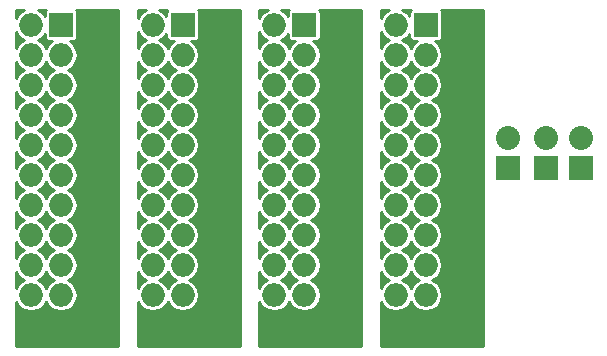
<source format=gbl>
G04 #@! TF.FileFunction,Copper,L2,Bot,Signal*
%FSLAX46Y46*%
G04 Gerber Fmt 4.6, Leading zero omitted, Abs format (unit mm)*
G04 Created by KiCad (PCBNEW (2016-10-28 revision 192d4b8)-makepkg) date 11/16/16 20:27:21*
%MOMM*%
%LPD*%
G01*
G04 APERTURE LIST*
%ADD10C,0.150000*%
%ADD11O,2.000000X2.000000*%
%ADD12R,2.000000X2.000000*%
%ADD13R,2.032000X2.032000*%
%ADD14O,2.032000X2.032000*%
%ADD15C,0.254000*%
G04 APERTURE END LIST*
D10*
D11*
X33028944Y-28142675D03*
X35568944Y-28142675D03*
X33028944Y-25602675D03*
X35568944Y-25602675D03*
X33028944Y-23062675D03*
X35568944Y-23062675D03*
X33028944Y-20522675D03*
X35568944Y-20522675D03*
X33028944Y-17982675D03*
X35568944Y-17982675D03*
X33028944Y-15442675D03*
X35568944Y-15442675D03*
X33028944Y-12902675D03*
X35568944Y-12902675D03*
X33028944Y-10362675D03*
X35568944Y-10362675D03*
X33028944Y-7822675D03*
X35568944Y-7822675D03*
X33028944Y-5282675D03*
D12*
X35568944Y-5282675D03*
X25273944Y-5282675D03*
D11*
X22733944Y-5282675D03*
X25273944Y-7822675D03*
X22733944Y-7822675D03*
X25273944Y-10362675D03*
X22733944Y-10362675D03*
X25273944Y-12902675D03*
X22733944Y-12902675D03*
X25273944Y-15442675D03*
X22733944Y-15442675D03*
X25273944Y-17982675D03*
X22733944Y-17982675D03*
X25273944Y-20522675D03*
X22733944Y-20522675D03*
X25273944Y-23062675D03*
X22733944Y-23062675D03*
X25273944Y-25602675D03*
X22733944Y-25602675D03*
X25273944Y-28142675D03*
X22733944Y-28142675D03*
D12*
X14978944Y-5282675D03*
D11*
X12438944Y-5282675D03*
X14978944Y-7822675D03*
X12438944Y-7822675D03*
X14978944Y-10362675D03*
X12438944Y-10362675D03*
X14978944Y-12902675D03*
X12438944Y-12902675D03*
X14978944Y-15442675D03*
X12438944Y-15442675D03*
X14978944Y-17982675D03*
X12438944Y-17982675D03*
X14978944Y-20522675D03*
X12438944Y-20522675D03*
X14978944Y-23062675D03*
X12438944Y-23062675D03*
X14978944Y-25602675D03*
X12438944Y-25602675D03*
X14978944Y-28142675D03*
X12438944Y-28142675D03*
D12*
X4683944Y-5282675D03*
D11*
X2143944Y-5282675D03*
X4683944Y-7822675D03*
X2143944Y-7822675D03*
X4683944Y-10362675D03*
X2143944Y-10362675D03*
X4683944Y-12902675D03*
X2143944Y-12902675D03*
X4683944Y-15442675D03*
X2143944Y-15442675D03*
X4683944Y-17982675D03*
X2143944Y-17982675D03*
X4683944Y-20522675D03*
X2143944Y-20522675D03*
X4683944Y-23062675D03*
X2143944Y-23062675D03*
X4683944Y-25602675D03*
X2143944Y-25602675D03*
X4683944Y-28142675D03*
X2143944Y-28142675D03*
D13*
X42500000Y-17389998D03*
D14*
X42500000Y-14849998D03*
X45780000Y-14860000D03*
D13*
X45780000Y-17400000D03*
X48690000Y-17400000D03*
D14*
X48690000Y-14860000D03*
D15*
G36*
X9508551Y-32459535D02*
X874154Y-32459535D01*
X874154Y-28720763D01*
X1140375Y-29119189D01*
X1588403Y-29418553D01*
X2116889Y-29523675D01*
X2170999Y-29523675D01*
X2699485Y-29418553D01*
X3147513Y-29119189D01*
X3413944Y-28720449D01*
X3680375Y-29119189D01*
X4128403Y-29418553D01*
X4656889Y-29523675D01*
X4710999Y-29523675D01*
X5239485Y-29418553D01*
X5687513Y-29119189D01*
X5986877Y-28671161D01*
X6091999Y-28142675D01*
X5986877Y-27614189D01*
X5687513Y-27166161D01*
X5248282Y-26872675D01*
X5687513Y-26579189D01*
X5986877Y-26131161D01*
X6091999Y-25602675D01*
X5986877Y-25074189D01*
X5687513Y-24626161D01*
X5248282Y-24332675D01*
X5687513Y-24039189D01*
X5986877Y-23591161D01*
X6091999Y-23062675D01*
X5986877Y-22534189D01*
X5687513Y-22086161D01*
X5248282Y-21792675D01*
X5687513Y-21499189D01*
X5986877Y-21051161D01*
X6091999Y-20522675D01*
X5986877Y-19994189D01*
X5687513Y-19546161D01*
X5248282Y-19252675D01*
X5687513Y-18959189D01*
X5986877Y-18511161D01*
X6091999Y-17982675D01*
X5986877Y-17454189D01*
X5687513Y-17006161D01*
X5248282Y-16712675D01*
X5687513Y-16419189D01*
X5986877Y-15971161D01*
X6091999Y-15442675D01*
X5986877Y-14914189D01*
X5687513Y-14466161D01*
X5248282Y-14172675D01*
X5687513Y-13879189D01*
X5986877Y-13431161D01*
X6091999Y-12902675D01*
X5986877Y-12374189D01*
X5687513Y-11926161D01*
X5248282Y-11632675D01*
X5687513Y-11339189D01*
X5986877Y-10891161D01*
X6091999Y-10362675D01*
X5986877Y-9834189D01*
X5687513Y-9386161D01*
X5248282Y-9092675D01*
X5687513Y-8799189D01*
X5986877Y-8351161D01*
X6091999Y-7822675D01*
X5986877Y-7294189D01*
X5687513Y-6846161D01*
X5425575Y-6671139D01*
X5683944Y-6671139D01*
X5832603Y-6641569D01*
X5958630Y-6557361D01*
X6042838Y-6431334D01*
X6072408Y-6282675D01*
X6072408Y-4282675D01*
X6042838Y-4134016D01*
X5960999Y-4011535D01*
X9510147Y-4011535D01*
X9508551Y-32459535D01*
X9508551Y-32459535D01*
G37*
X9508551Y-32459535D02*
X874154Y-32459535D01*
X874154Y-28720763D01*
X1140375Y-29119189D01*
X1588403Y-29418553D01*
X2116889Y-29523675D01*
X2170999Y-29523675D01*
X2699485Y-29418553D01*
X3147513Y-29119189D01*
X3413944Y-28720449D01*
X3680375Y-29119189D01*
X4128403Y-29418553D01*
X4656889Y-29523675D01*
X4710999Y-29523675D01*
X5239485Y-29418553D01*
X5687513Y-29119189D01*
X5986877Y-28671161D01*
X6091999Y-28142675D01*
X5986877Y-27614189D01*
X5687513Y-27166161D01*
X5248282Y-26872675D01*
X5687513Y-26579189D01*
X5986877Y-26131161D01*
X6091999Y-25602675D01*
X5986877Y-25074189D01*
X5687513Y-24626161D01*
X5248282Y-24332675D01*
X5687513Y-24039189D01*
X5986877Y-23591161D01*
X6091999Y-23062675D01*
X5986877Y-22534189D01*
X5687513Y-22086161D01*
X5248282Y-21792675D01*
X5687513Y-21499189D01*
X5986877Y-21051161D01*
X6091999Y-20522675D01*
X5986877Y-19994189D01*
X5687513Y-19546161D01*
X5248282Y-19252675D01*
X5687513Y-18959189D01*
X5986877Y-18511161D01*
X6091999Y-17982675D01*
X5986877Y-17454189D01*
X5687513Y-17006161D01*
X5248282Y-16712675D01*
X5687513Y-16419189D01*
X5986877Y-15971161D01*
X6091999Y-15442675D01*
X5986877Y-14914189D01*
X5687513Y-14466161D01*
X5248282Y-14172675D01*
X5687513Y-13879189D01*
X5986877Y-13431161D01*
X6091999Y-12902675D01*
X5986877Y-12374189D01*
X5687513Y-11926161D01*
X5248282Y-11632675D01*
X5687513Y-11339189D01*
X5986877Y-10891161D01*
X6091999Y-10362675D01*
X5986877Y-9834189D01*
X5687513Y-9386161D01*
X5248282Y-9092675D01*
X5687513Y-8799189D01*
X5986877Y-8351161D01*
X6091999Y-7822675D01*
X5986877Y-7294189D01*
X5687513Y-6846161D01*
X5425575Y-6671139D01*
X5683944Y-6671139D01*
X5832603Y-6641569D01*
X5958630Y-6557361D01*
X6042838Y-6431334D01*
X6072408Y-6282675D01*
X6072408Y-4282675D01*
X6042838Y-4134016D01*
X5960999Y-4011535D01*
X9510147Y-4011535D01*
X9508551Y-32459535D01*
G36*
X3680375Y-26579189D02*
X4119606Y-26872675D01*
X3680375Y-27166161D01*
X3413944Y-27564901D01*
X3147513Y-27166161D01*
X2708282Y-26872675D01*
X3147513Y-26579189D01*
X3413944Y-26180449D01*
X3680375Y-26579189D01*
X3680375Y-26579189D01*
G37*
X3680375Y-26579189D02*
X4119606Y-26872675D01*
X3680375Y-27166161D01*
X3413944Y-27564901D01*
X3147513Y-27166161D01*
X2708282Y-26872675D01*
X3147513Y-26579189D01*
X3413944Y-26180449D01*
X3680375Y-26579189D01*
G36*
X1140375Y-26579189D02*
X1579606Y-26872675D01*
X1140375Y-27166161D01*
X874154Y-27564587D01*
X874154Y-26180763D01*
X1140375Y-26579189D01*
X1140375Y-26579189D01*
G37*
X1140375Y-26579189D02*
X1579606Y-26872675D01*
X1140375Y-27166161D01*
X874154Y-27564587D01*
X874154Y-26180763D01*
X1140375Y-26579189D01*
G36*
X3680375Y-24039189D02*
X4119606Y-24332675D01*
X3680375Y-24626161D01*
X3413944Y-25024901D01*
X3147513Y-24626161D01*
X2708282Y-24332675D01*
X3147513Y-24039189D01*
X3413944Y-23640449D01*
X3680375Y-24039189D01*
X3680375Y-24039189D01*
G37*
X3680375Y-24039189D02*
X4119606Y-24332675D01*
X3680375Y-24626161D01*
X3413944Y-25024901D01*
X3147513Y-24626161D01*
X2708282Y-24332675D01*
X3147513Y-24039189D01*
X3413944Y-23640449D01*
X3680375Y-24039189D01*
G36*
X1140375Y-24039189D02*
X1579606Y-24332675D01*
X1140375Y-24626161D01*
X874154Y-25024587D01*
X874154Y-23640763D01*
X1140375Y-24039189D01*
X1140375Y-24039189D01*
G37*
X1140375Y-24039189D02*
X1579606Y-24332675D01*
X1140375Y-24626161D01*
X874154Y-25024587D01*
X874154Y-23640763D01*
X1140375Y-24039189D01*
G36*
X3680375Y-21499189D02*
X4119606Y-21792675D01*
X3680375Y-22086161D01*
X3413944Y-22484901D01*
X3147513Y-22086161D01*
X2708282Y-21792675D01*
X3147513Y-21499189D01*
X3413944Y-21100449D01*
X3680375Y-21499189D01*
X3680375Y-21499189D01*
G37*
X3680375Y-21499189D02*
X4119606Y-21792675D01*
X3680375Y-22086161D01*
X3413944Y-22484901D01*
X3147513Y-22086161D01*
X2708282Y-21792675D01*
X3147513Y-21499189D01*
X3413944Y-21100449D01*
X3680375Y-21499189D01*
G36*
X1140375Y-21499189D02*
X1579606Y-21792675D01*
X1140375Y-22086161D01*
X874154Y-22484587D01*
X874154Y-21100763D01*
X1140375Y-21499189D01*
X1140375Y-21499189D01*
G37*
X1140375Y-21499189D02*
X1579606Y-21792675D01*
X1140375Y-22086161D01*
X874154Y-22484587D01*
X874154Y-21100763D01*
X1140375Y-21499189D01*
G36*
X3680375Y-18959189D02*
X4119606Y-19252675D01*
X3680375Y-19546161D01*
X3413944Y-19944901D01*
X3147513Y-19546161D01*
X2708282Y-19252675D01*
X3147513Y-18959189D01*
X3413944Y-18560449D01*
X3680375Y-18959189D01*
X3680375Y-18959189D01*
G37*
X3680375Y-18959189D02*
X4119606Y-19252675D01*
X3680375Y-19546161D01*
X3413944Y-19944901D01*
X3147513Y-19546161D01*
X2708282Y-19252675D01*
X3147513Y-18959189D01*
X3413944Y-18560449D01*
X3680375Y-18959189D01*
G36*
X1140375Y-18959189D02*
X1579606Y-19252675D01*
X1140375Y-19546161D01*
X874154Y-19944587D01*
X874154Y-18560763D01*
X1140375Y-18959189D01*
X1140375Y-18959189D01*
G37*
X1140375Y-18959189D02*
X1579606Y-19252675D01*
X1140375Y-19546161D01*
X874154Y-19944587D01*
X874154Y-18560763D01*
X1140375Y-18959189D01*
G36*
X3680375Y-16419189D02*
X4119606Y-16712675D01*
X3680375Y-17006161D01*
X3413944Y-17404901D01*
X3147513Y-17006161D01*
X2708282Y-16712675D01*
X3147513Y-16419189D01*
X3413944Y-16020449D01*
X3680375Y-16419189D01*
X3680375Y-16419189D01*
G37*
X3680375Y-16419189D02*
X4119606Y-16712675D01*
X3680375Y-17006161D01*
X3413944Y-17404901D01*
X3147513Y-17006161D01*
X2708282Y-16712675D01*
X3147513Y-16419189D01*
X3413944Y-16020449D01*
X3680375Y-16419189D01*
G36*
X1140375Y-16419189D02*
X1579606Y-16712675D01*
X1140375Y-17006161D01*
X874154Y-17404587D01*
X874154Y-16020763D01*
X1140375Y-16419189D01*
X1140375Y-16419189D01*
G37*
X1140375Y-16419189D02*
X1579606Y-16712675D01*
X1140375Y-17006161D01*
X874154Y-17404587D01*
X874154Y-16020763D01*
X1140375Y-16419189D01*
G36*
X3680375Y-13879189D02*
X4119606Y-14172675D01*
X3680375Y-14466161D01*
X3413944Y-14864901D01*
X3147513Y-14466161D01*
X2708282Y-14172675D01*
X3147513Y-13879189D01*
X3413944Y-13480449D01*
X3680375Y-13879189D01*
X3680375Y-13879189D01*
G37*
X3680375Y-13879189D02*
X4119606Y-14172675D01*
X3680375Y-14466161D01*
X3413944Y-14864901D01*
X3147513Y-14466161D01*
X2708282Y-14172675D01*
X3147513Y-13879189D01*
X3413944Y-13480449D01*
X3680375Y-13879189D01*
G36*
X1140375Y-13879189D02*
X1579606Y-14172675D01*
X1140375Y-14466161D01*
X874154Y-14864587D01*
X874154Y-13480763D01*
X1140375Y-13879189D01*
X1140375Y-13879189D01*
G37*
X1140375Y-13879189D02*
X1579606Y-14172675D01*
X1140375Y-14466161D01*
X874154Y-14864587D01*
X874154Y-13480763D01*
X1140375Y-13879189D01*
G36*
X3680375Y-11339189D02*
X4119606Y-11632675D01*
X3680375Y-11926161D01*
X3413944Y-12324901D01*
X3147513Y-11926161D01*
X2708282Y-11632675D01*
X3147513Y-11339189D01*
X3413944Y-10940449D01*
X3680375Y-11339189D01*
X3680375Y-11339189D01*
G37*
X3680375Y-11339189D02*
X4119606Y-11632675D01*
X3680375Y-11926161D01*
X3413944Y-12324901D01*
X3147513Y-11926161D01*
X2708282Y-11632675D01*
X3147513Y-11339189D01*
X3413944Y-10940449D01*
X3680375Y-11339189D01*
G36*
X1140375Y-11339189D02*
X1579606Y-11632675D01*
X1140375Y-11926161D01*
X874154Y-12324587D01*
X874154Y-10940763D01*
X1140375Y-11339189D01*
X1140375Y-11339189D01*
G37*
X1140375Y-11339189D02*
X1579606Y-11632675D01*
X1140375Y-11926161D01*
X874154Y-12324587D01*
X874154Y-10940763D01*
X1140375Y-11339189D01*
G36*
X3680375Y-8799189D02*
X4119606Y-9092675D01*
X3680375Y-9386161D01*
X3413944Y-9784901D01*
X3147513Y-9386161D01*
X2708282Y-9092675D01*
X3147513Y-8799189D01*
X3413944Y-8400449D01*
X3680375Y-8799189D01*
X3680375Y-8799189D01*
G37*
X3680375Y-8799189D02*
X4119606Y-9092675D01*
X3680375Y-9386161D01*
X3413944Y-9784901D01*
X3147513Y-9386161D01*
X2708282Y-9092675D01*
X3147513Y-8799189D01*
X3413944Y-8400449D01*
X3680375Y-8799189D01*
G36*
X1140375Y-8799189D02*
X1579606Y-9092675D01*
X1140375Y-9386161D01*
X874154Y-9784587D01*
X874154Y-8400763D01*
X1140375Y-8799189D01*
X1140375Y-8799189D01*
G37*
X1140375Y-8799189D02*
X1579606Y-9092675D01*
X1140375Y-9386161D01*
X874154Y-9784587D01*
X874154Y-8400763D01*
X1140375Y-8799189D01*
G36*
X3295480Y-6282675D02*
X3325050Y-6431334D01*
X3409258Y-6557361D01*
X3535285Y-6641569D01*
X3683944Y-6671139D01*
X3942313Y-6671139D01*
X3680375Y-6846161D01*
X3413944Y-7244901D01*
X3147513Y-6846161D01*
X2708282Y-6552675D01*
X3147513Y-6259189D01*
X3295480Y-6037742D01*
X3295480Y-6282675D01*
X3295480Y-6282675D01*
G37*
X3295480Y-6282675D02*
X3325050Y-6431334D01*
X3409258Y-6557361D01*
X3535285Y-6641569D01*
X3683944Y-6671139D01*
X3942313Y-6671139D01*
X3680375Y-6846161D01*
X3413944Y-7244901D01*
X3147513Y-6846161D01*
X2708282Y-6552675D01*
X3147513Y-6259189D01*
X3295480Y-6037742D01*
X3295480Y-6282675D01*
G36*
X1140375Y-6259189D02*
X1579606Y-6552675D01*
X1140375Y-6846161D01*
X874154Y-7244587D01*
X874154Y-5860763D01*
X1140375Y-6259189D01*
X1140375Y-6259189D01*
G37*
X1140375Y-6259189D02*
X1579606Y-6552675D01*
X1140375Y-6846161D01*
X874154Y-7244587D01*
X874154Y-5860763D01*
X1140375Y-6259189D01*
G36*
X1140375Y-4306161D02*
X874154Y-4704587D01*
X874154Y-4011535D01*
X1581312Y-4011535D01*
X1140375Y-4306161D01*
X1140375Y-4306161D01*
G37*
X1140375Y-4306161D02*
X874154Y-4704587D01*
X874154Y-4011535D01*
X1581312Y-4011535D01*
X1140375Y-4306161D01*
G36*
X3325050Y-4134016D02*
X3295480Y-4282675D01*
X3295480Y-4527608D01*
X3147513Y-4306161D01*
X2706576Y-4011535D01*
X3406889Y-4011535D01*
X3325050Y-4134016D01*
X3325050Y-4134016D01*
G37*
X3325050Y-4134016D02*
X3295480Y-4282675D01*
X3295480Y-4527608D01*
X3147513Y-4306161D01*
X2706576Y-4011535D01*
X3406889Y-4011535D01*
X3325050Y-4134016D01*
G36*
X19803551Y-32459535D02*
X11169154Y-32459535D01*
X11169154Y-28720763D01*
X11435375Y-29119189D01*
X11883403Y-29418553D01*
X12411889Y-29523675D01*
X12465999Y-29523675D01*
X12994485Y-29418553D01*
X13442513Y-29119189D01*
X13708944Y-28720449D01*
X13975375Y-29119189D01*
X14423403Y-29418553D01*
X14951889Y-29523675D01*
X15005999Y-29523675D01*
X15534485Y-29418553D01*
X15982513Y-29119189D01*
X16281877Y-28671161D01*
X16386999Y-28142675D01*
X16281877Y-27614189D01*
X15982513Y-27166161D01*
X15543282Y-26872675D01*
X15982513Y-26579189D01*
X16281877Y-26131161D01*
X16386999Y-25602675D01*
X16281877Y-25074189D01*
X15982513Y-24626161D01*
X15543282Y-24332675D01*
X15982513Y-24039189D01*
X16281877Y-23591161D01*
X16386999Y-23062675D01*
X16281877Y-22534189D01*
X15982513Y-22086161D01*
X15543282Y-21792675D01*
X15982513Y-21499189D01*
X16281877Y-21051161D01*
X16386999Y-20522675D01*
X16281877Y-19994189D01*
X15982513Y-19546161D01*
X15543282Y-19252675D01*
X15982513Y-18959189D01*
X16281877Y-18511161D01*
X16386999Y-17982675D01*
X16281877Y-17454189D01*
X15982513Y-17006161D01*
X15543282Y-16712675D01*
X15982513Y-16419189D01*
X16281877Y-15971161D01*
X16386999Y-15442675D01*
X16281877Y-14914189D01*
X15982513Y-14466161D01*
X15543282Y-14172675D01*
X15982513Y-13879189D01*
X16281877Y-13431161D01*
X16386999Y-12902675D01*
X16281877Y-12374189D01*
X15982513Y-11926161D01*
X15543282Y-11632675D01*
X15982513Y-11339189D01*
X16281877Y-10891161D01*
X16386999Y-10362675D01*
X16281877Y-9834189D01*
X15982513Y-9386161D01*
X15543282Y-9092675D01*
X15982513Y-8799189D01*
X16281877Y-8351161D01*
X16386999Y-7822675D01*
X16281877Y-7294189D01*
X15982513Y-6846161D01*
X15720575Y-6671139D01*
X15978944Y-6671139D01*
X16127603Y-6641569D01*
X16253630Y-6557361D01*
X16337838Y-6431334D01*
X16367408Y-6282675D01*
X16367408Y-4282675D01*
X16337838Y-4134016D01*
X16255999Y-4011535D01*
X19805147Y-4011535D01*
X19803551Y-32459535D01*
X19803551Y-32459535D01*
G37*
X19803551Y-32459535D02*
X11169154Y-32459535D01*
X11169154Y-28720763D01*
X11435375Y-29119189D01*
X11883403Y-29418553D01*
X12411889Y-29523675D01*
X12465999Y-29523675D01*
X12994485Y-29418553D01*
X13442513Y-29119189D01*
X13708944Y-28720449D01*
X13975375Y-29119189D01*
X14423403Y-29418553D01*
X14951889Y-29523675D01*
X15005999Y-29523675D01*
X15534485Y-29418553D01*
X15982513Y-29119189D01*
X16281877Y-28671161D01*
X16386999Y-28142675D01*
X16281877Y-27614189D01*
X15982513Y-27166161D01*
X15543282Y-26872675D01*
X15982513Y-26579189D01*
X16281877Y-26131161D01*
X16386999Y-25602675D01*
X16281877Y-25074189D01*
X15982513Y-24626161D01*
X15543282Y-24332675D01*
X15982513Y-24039189D01*
X16281877Y-23591161D01*
X16386999Y-23062675D01*
X16281877Y-22534189D01*
X15982513Y-22086161D01*
X15543282Y-21792675D01*
X15982513Y-21499189D01*
X16281877Y-21051161D01*
X16386999Y-20522675D01*
X16281877Y-19994189D01*
X15982513Y-19546161D01*
X15543282Y-19252675D01*
X15982513Y-18959189D01*
X16281877Y-18511161D01*
X16386999Y-17982675D01*
X16281877Y-17454189D01*
X15982513Y-17006161D01*
X15543282Y-16712675D01*
X15982513Y-16419189D01*
X16281877Y-15971161D01*
X16386999Y-15442675D01*
X16281877Y-14914189D01*
X15982513Y-14466161D01*
X15543282Y-14172675D01*
X15982513Y-13879189D01*
X16281877Y-13431161D01*
X16386999Y-12902675D01*
X16281877Y-12374189D01*
X15982513Y-11926161D01*
X15543282Y-11632675D01*
X15982513Y-11339189D01*
X16281877Y-10891161D01*
X16386999Y-10362675D01*
X16281877Y-9834189D01*
X15982513Y-9386161D01*
X15543282Y-9092675D01*
X15982513Y-8799189D01*
X16281877Y-8351161D01*
X16386999Y-7822675D01*
X16281877Y-7294189D01*
X15982513Y-6846161D01*
X15720575Y-6671139D01*
X15978944Y-6671139D01*
X16127603Y-6641569D01*
X16253630Y-6557361D01*
X16337838Y-6431334D01*
X16367408Y-6282675D01*
X16367408Y-4282675D01*
X16337838Y-4134016D01*
X16255999Y-4011535D01*
X19805147Y-4011535D01*
X19803551Y-32459535D01*
G36*
X13975375Y-26579189D02*
X14414606Y-26872675D01*
X13975375Y-27166161D01*
X13708944Y-27564901D01*
X13442513Y-27166161D01*
X13003282Y-26872675D01*
X13442513Y-26579189D01*
X13708944Y-26180449D01*
X13975375Y-26579189D01*
X13975375Y-26579189D01*
G37*
X13975375Y-26579189D02*
X14414606Y-26872675D01*
X13975375Y-27166161D01*
X13708944Y-27564901D01*
X13442513Y-27166161D01*
X13003282Y-26872675D01*
X13442513Y-26579189D01*
X13708944Y-26180449D01*
X13975375Y-26579189D01*
G36*
X11435375Y-26579189D02*
X11874606Y-26872675D01*
X11435375Y-27166161D01*
X11169154Y-27564587D01*
X11169154Y-26180763D01*
X11435375Y-26579189D01*
X11435375Y-26579189D01*
G37*
X11435375Y-26579189D02*
X11874606Y-26872675D01*
X11435375Y-27166161D01*
X11169154Y-27564587D01*
X11169154Y-26180763D01*
X11435375Y-26579189D01*
G36*
X13975375Y-24039189D02*
X14414606Y-24332675D01*
X13975375Y-24626161D01*
X13708944Y-25024901D01*
X13442513Y-24626161D01*
X13003282Y-24332675D01*
X13442513Y-24039189D01*
X13708944Y-23640449D01*
X13975375Y-24039189D01*
X13975375Y-24039189D01*
G37*
X13975375Y-24039189D02*
X14414606Y-24332675D01*
X13975375Y-24626161D01*
X13708944Y-25024901D01*
X13442513Y-24626161D01*
X13003282Y-24332675D01*
X13442513Y-24039189D01*
X13708944Y-23640449D01*
X13975375Y-24039189D01*
G36*
X11435375Y-24039189D02*
X11874606Y-24332675D01*
X11435375Y-24626161D01*
X11169154Y-25024587D01*
X11169154Y-23640763D01*
X11435375Y-24039189D01*
X11435375Y-24039189D01*
G37*
X11435375Y-24039189D02*
X11874606Y-24332675D01*
X11435375Y-24626161D01*
X11169154Y-25024587D01*
X11169154Y-23640763D01*
X11435375Y-24039189D01*
G36*
X13975375Y-21499189D02*
X14414606Y-21792675D01*
X13975375Y-22086161D01*
X13708944Y-22484901D01*
X13442513Y-22086161D01*
X13003282Y-21792675D01*
X13442513Y-21499189D01*
X13708944Y-21100449D01*
X13975375Y-21499189D01*
X13975375Y-21499189D01*
G37*
X13975375Y-21499189D02*
X14414606Y-21792675D01*
X13975375Y-22086161D01*
X13708944Y-22484901D01*
X13442513Y-22086161D01*
X13003282Y-21792675D01*
X13442513Y-21499189D01*
X13708944Y-21100449D01*
X13975375Y-21499189D01*
G36*
X11435375Y-21499189D02*
X11874606Y-21792675D01*
X11435375Y-22086161D01*
X11169154Y-22484587D01*
X11169154Y-21100763D01*
X11435375Y-21499189D01*
X11435375Y-21499189D01*
G37*
X11435375Y-21499189D02*
X11874606Y-21792675D01*
X11435375Y-22086161D01*
X11169154Y-22484587D01*
X11169154Y-21100763D01*
X11435375Y-21499189D01*
G36*
X13975375Y-18959189D02*
X14414606Y-19252675D01*
X13975375Y-19546161D01*
X13708944Y-19944901D01*
X13442513Y-19546161D01*
X13003282Y-19252675D01*
X13442513Y-18959189D01*
X13708944Y-18560449D01*
X13975375Y-18959189D01*
X13975375Y-18959189D01*
G37*
X13975375Y-18959189D02*
X14414606Y-19252675D01*
X13975375Y-19546161D01*
X13708944Y-19944901D01*
X13442513Y-19546161D01*
X13003282Y-19252675D01*
X13442513Y-18959189D01*
X13708944Y-18560449D01*
X13975375Y-18959189D01*
G36*
X11435375Y-18959189D02*
X11874606Y-19252675D01*
X11435375Y-19546161D01*
X11169154Y-19944587D01*
X11169154Y-18560763D01*
X11435375Y-18959189D01*
X11435375Y-18959189D01*
G37*
X11435375Y-18959189D02*
X11874606Y-19252675D01*
X11435375Y-19546161D01*
X11169154Y-19944587D01*
X11169154Y-18560763D01*
X11435375Y-18959189D01*
G36*
X13975375Y-16419189D02*
X14414606Y-16712675D01*
X13975375Y-17006161D01*
X13708944Y-17404901D01*
X13442513Y-17006161D01*
X13003282Y-16712675D01*
X13442513Y-16419189D01*
X13708944Y-16020449D01*
X13975375Y-16419189D01*
X13975375Y-16419189D01*
G37*
X13975375Y-16419189D02*
X14414606Y-16712675D01*
X13975375Y-17006161D01*
X13708944Y-17404901D01*
X13442513Y-17006161D01*
X13003282Y-16712675D01*
X13442513Y-16419189D01*
X13708944Y-16020449D01*
X13975375Y-16419189D01*
G36*
X11435375Y-16419189D02*
X11874606Y-16712675D01*
X11435375Y-17006161D01*
X11169154Y-17404587D01*
X11169154Y-16020763D01*
X11435375Y-16419189D01*
X11435375Y-16419189D01*
G37*
X11435375Y-16419189D02*
X11874606Y-16712675D01*
X11435375Y-17006161D01*
X11169154Y-17404587D01*
X11169154Y-16020763D01*
X11435375Y-16419189D01*
G36*
X13975375Y-13879189D02*
X14414606Y-14172675D01*
X13975375Y-14466161D01*
X13708944Y-14864901D01*
X13442513Y-14466161D01*
X13003282Y-14172675D01*
X13442513Y-13879189D01*
X13708944Y-13480449D01*
X13975375Y-13879189D01*
X13975375Y-13879189D01*
G37*
X13975375Y-13879189D02*
X14414606Y-14172675D01*
X13975375Y-14466161D01*
X13708944Y-14864901D01*
X13442513Y-14466161D01*
X13003282Y-14172675D01*
X13442513Y-13879189D01*
X13708944Y-13480449D01*
X13975375Y-13879189D01*
G36*
X11435375Y-13879189D02*
X11874606Y-14172675D01*
X11435375Y-14466161D01*
X11169154Y-14864587D01*
X11169154Y-13480763D01*
X11435375Y-13879189D01*
X11435375Y-13879189D01*
G37*
X11435375Y-13879189D02*
X11874606Y-14172675D01*
X11435375Y-14466161D01*
X11169154Y-14864587D01*
X11169154Y-13480763D01*
X11435375Y-13879189D01*
G36*
X13975375Y-11339189D02*
X14414606Y-11632675D01*
X13975375Y-11926161D01*
X13708944Y-12324901D01*
X13442513Y-11926161D01*
X13003282Y-11632675D01*
X13442513Y-11339189D01*
X13708944Y-10940449D01*
X13975375Y-11339189D01*
X13975375Y-11339189D01*
G37*
X13975375Y-11339189D02*
X14414606Y-11632675D01*
X13975375Y-11926161D01*
X13708944Y-12324901D01*
X13442513Y-11926161D01*
X13003282Y-11632675D01*
X13442513Y-11339189D01*
X13708944Y-10940449D01*
X13975375Y-11339189D01*
G36*
X11435375Y-11339189D02*
X11874606Y-11632675D01*
X11435375Y-11926161D01*
X11169154Y-12324587D01*
X11169154Y-10940763D01*
X11435375Y-11339189D01*
X11435375Y-11339189D01*
G37*
X11435375Y-11339189D02*
X11874606Y-11632675D01*
X11435375Y-11926161D01*
X11169154Y-12324587D01*
X11169154Y-10940763D01*
X11435375Y-11339189D01*
G36*
X13975375Y-8799189D02*
X14414606Y-9092675D01*
X13975375Y-9386161D01*
X13708944Y-9784901D01*
X13442513Y-9386161D01*
X13003282Y-9092675D01*
X13442513Y-8799189D01*
X13708944Y-8400449D01*
X13975375Y-8799189D01*
X13975375Y-8799189D01*
G37*
X13975375Y-8799189D02*
X14414606Y-9092675D01*
X13975375Y-9386161D01*
X13708944Y-9784901D01*
X13442513Y-9386161D01*
X13003282Y-9092675D01*
X13442513Y-8799189D01*
X13708944Y-8400449D01*
X13975375Y-8799189D01*
G36*
X11435375Y-8799189D02*
X11874606Y-9092675D01*
X11435375Y-9386161D01*
X11169154Y-9784587D01*
X11169154Y-8400763D01*
X11435375Y-8799189D01*
X11435375Y-8799189D01*
G37*
X11435375Y-8799189D02*
X11874606Y-9092675D01*
X11435375Y-9386161D01*
X11169154Y-9784587D01*
X11169154Y-8400763D01*
X11435375Y-8799189D01*
G36*
X13590480Y-6282675D02*
X13620050Y-6431334D01*
X13704258Y-6557361D01*
X13830285Y-6641569D01*
X13978944Y-6671139D01*
X14237313Y-6671139D01*
X13975375Y-6846161D01*
X13708944Y-7244901D01*
X13442513Y-6846161D01*
X13003282Y-6552675D01*
X13442513Y-6259189D01*
X13590480Y-6037742D01*
X13590480Y-6282675D01*
X13590480Y-6282675D01*
G37*
X13590480Y-6282675D02*
X13620050Y-6431334D01*
X13704258Y-6557361D01*
X13830285Y-6641569D01*
X13978944Y-6671139D01*
X14237313Y-6671139D01*
X13975375Y-6846161D01*
X13708944Y-7244901D01*
X13442513Y-6846161D01*
X13003282Y-6552675D01*
X13442513Y-6259189D01*
X13590480Y-6037742D01*
X13590480Y-6282675D01*
G36*
X11435375Y-6259189D02*
X11874606Y-6552675D01*
X11435375Y-6846161D01*
X11169154Y-7244587D01*
X11169154Y-5860763D01*
X11435375Y-6259189D01*
X11435375Y-6259189D01*
G37*
X11435375Y-6259189D02*
X11874606Y-6552675D01*
X11435375Y-6846161D01*
X11169154Y-7244587D01*
X11169154Y-5860763D01*
X11435375Y-6259189D01*
G36*
X11435375Y-4306161D02*
X11169154Y-4704587D01*
X11169154Y-4011535D01*
X11876312Y-4011535D01*
X11435375Y-4306161D01*
X11435375Y-4306161D01*
G37*
X11435375Y-4306161D02*
X11169154Y-4704587D01*
X11169154Y-4011535D01*
X11876312Y-4011535D01*
X11435375Y-4306161D01*
G36*
X13620050Y-4134016D02*
X13590480Y-4282675D01*
X13590480Y-4527608D01*
X13442513Y-4306161D01*
X13001576Y-4011535D01*
X13701889Y-4011535D01*
X13620050Y-4134016D01*
X13620050Y-4134016D01*
G37*
X13620050Y-4134016D02*
X13590480Y-4282675D01*
X13590480Y-4527608D01*
X13442513Y-4306161D01*
X13001576Y-4011535D01*
X13701889Y-4011535D01*
X13620050Y-4134016D01*
G36*
X30098551Y-32459535D02*
X21464154Y-32459535D01*
X21464154Y-28720763D01*
X21730375Y-29119189D01*
X22178403Y-29418553D01*
X22706889Y-29523675D01*
X22760999Y-29523675D01*
X23289485Y-29418553D01*
X23737513Y-29119189D01*
X24003944Y-28720449D01*
X24270375Y-29119189D01*
X24718403Y-29418553D01*
X25246889Y-29523675D01*
X25300999Y-29523675D01*
X25829485Y-29418553D01*
X26277513Y-29119189D01*
X26576877Y-28671161D01*
X26681999Y-28142675D01*
X26576877Y-27614189D01*
X26277513Y-27166161D01*
X25838282Y-26872675D01*
X26277513Y-26579189D01*
X26576877Y-26131161D01*
X26681999Y-25602675D01*
X26576877Y-25074189D01*
X26277513Y-24626161D01*
X25838282Y-24332675D01*
X26277513Y-24039189D01*
X26576877Y-23591161D01*
X26681999Y-23062675D01*
X26576877Y-22534189D01*
X26277513Y-22086161D01*
X25838282Y-21792675D01*
X26277513Y-21499189D01*
X26576877Y-21051161D01*
X26681999Y-20522675D01*
X26576877Y-19994189D01*
X26277513Y-19546161D01*
X25838282Y-19252675D01*
X26277513Y-18959189D01*
X26576877Y-18511161D01*
X26681999Y-17982675D01*
X26576877Y-17454189D01*
X26277513Y-17006161D01*
X25838282Y-16712675D01*
X26277513Y-16419189D01*
X26576877Y-15971161D01*
X26681999Y-15442675D01*
X26576877Y-14914189D01*
X26277513Y-14466161D01*
X25838282Y-14172675D01*
X26277513Y-13879189D01*
X26576877Y-13431161D01*
X26681999Y-12902675D01*
X26576877Y-12374189D01*
X26277513Y-11926161D01*
X25838282Y-11632675D01*
X26277513Y-11339189D01*
X26576877Y-10891161D01*
X26681999Y-10362675D01*
X26576877Y-9834189D01*
X26277513Y-9386161D01*
X25838282Y-9092675D01*
X26277513Y-8799189D01*
X26576877Y-8351161D01*
X26681999Y-7822675D01*
X26576877Y-7294189D01*
X26277513Y-6846161D01*
X26015575Y-6671139D01*
X26273944Y-6671139D01*
X26422603Y-6641569D01*
X26548630Y-6557361D01*
X26632838Y-6431334D01*
X26662408Y-6282675D01*
X26662408Y-4282675D01*
X26632838Y-4134016D01*
X26550999Y-4011535D01*
X30100147Y-4011535D01*
X30098551Y-32459535D01*
X30098551Y-32459535D01*
G37*
X30098551Y-32459535D02*
X21464154Y-32459535D01*
X21464154Y-28720763D01*
X21730375Y-29119189D01*
X22178403Y-29418553D01*
X22706889Y-29523675D01*
X22760999Y-29523675D01*
X23289485Y-29418553D01*
X23737513Y-29119189D01*
X24003944Y-28720449D01*
X24270375Y-29119189D01*
X24718403Y-29418553D01*
X25246889Y-29523675D01*
X25300999Y-29523675D01*
X25829485Y-29418553D01*
X26277513Y-29119189D01*
X26576877Y-28671161D01*
X26681999Y-28142675D01*
X26576877Y-27614189D01*
X26277513Y-27166161D01*
X25838282Y-26872675D01*
X26277513Y-26579189D01*
X26576877Y-26131161D01*
X26681999Y-25602675D01*
X26576877Y-25074189D01*
X26277513Y-24626161D01*
X25838282Y-24332675D01*
X26277513Y-24039189D01*
X26576877Y-23591161D01*
X26681999Y-23062675D01*
X26576877Y-22534189D01*
X26277513Y-22086161D01*
X25838282Y-21792675D01*
X26277513Y-21499189D01*
X26576877Y-21051161D01*
X26681999Y-20522675D01*
X26576877Y-19994189D01*
X26277513Y-19546161D01*
X25838282Y-19252675D01*
X26277513Y-18959189D01*
X26576877Y-18511161D01*
X26681999Y-17982675D01*
X26576877Y-17454189D01*
X26277513Y-17006161D01*
X25838282Y-16712675D01*
X26277513Y-16419189D01*
X26576877Y-15971161D01*
X26681999Y-15442675D01*
X26576877Y-14914189D01*
X26277513Y-14466161D01*
X25838282Y-14172675D01*
X26277513Y-13879189D01*
X26576877Y-13431161D01*
X26681999Y-12902675D01*
X26576877Y-12374189D01*
X26277513Y-11926161D01*
X25838282Y-11632675D01*
X26277513Y-11339189D01*
X26576877Y-10891161D01*
X26681999Y-10362675D01*
X26576877Y-9834189D01*
X26277513Y-9386161D01*
X25838282Y-9092675D01*
X26277513Y-8799189D01*
X26576877Y-8351161D01*
X26681999Y-7822675D01*
X26576877Y-7294189D01*
X26277513Y-6846161D01*
X26015575Y-6671139D01*
X26273944Y-6671139D01*
X26422603Y-6641569D01*
X26548630Y-6557361D01*
X26632838Y-6431334D01*
X26662408Y-6282675D01*
X26662408Y-4282675D01*
X26632838Y-4134016D01*
X26550999Y-4011535D01*
X30100147Y-4011535D01*
X30098551Y-32459535D01*
G36*
X24270375Y-26579189D02*
X24709606Y-26872675D01*
X24270375Y-27166161D01*
X24003944Y-27564901D01*
X23737513Y-27166161D01*
X23298282Y-26872675D01*
X23737513Y-26579189D01*
X24003944Y-26180449D01*
X24270375Y-26579189D01*
X24270375Y-26579189D01*
G37*
X24270375Y-26579189D02*
X24709606Y-26872675D01*
X24270375Y-27166161D01*
X24003944Y-27564901D01*
X23737513Y-27166161D01*
X23298282Y-26872675D01*
X23737513Y-26579189D01*
X24003944Y-26180449D01*
X24270375Y-26579189D01*
G36*
X21730375Y-26579189D02*
X22169606Y-26872675D01*
X21730375Y-27166161D01*
X21464154Y-27564587D01*
X21464154Y-26180763D01*
X21730375Y-26579189D01*
X21730375Y-26579189D01*
G37*
X21730375Y-26579189D02*
X22169606Y-26872675D01*
X21730375Y-27166161D01*
X21464154Y-27564587D01*
X21464154Y-26180763D01*
X21730375Y-26579189D01*
G36*
X24270375Y-24039189D02*
X24709606Y-24332675D01*
X24270375Y-24626161D01*
X24003944Y-25024901D01*
X23737513Y-24626161D01*
X23298282Y-24332675D01*
X23737513Y-24039189D01*
X24003944Y-23640449D01*
X24270375Y-24039189D01*
X24270375Y-24039189D01*
G37*
X24270375Y-24039189D02*
X24709606Y-24332675D01*
X24270375Y-24626161D01*
X24003944Y-25024901D01*
X23737513Y-24626161D01*
X23298282Y-24332675D01*
X23737513Y-24039189D01*
X24003944Y-23640449D01*
X24270375Y-24039189D01*
G36*
X21730375Y-24039189D02*
X22169606Y-24332675D01*
X21730375Y-24626161D01*
X21464154Y-25024587D01*
X21464154Y-23640763D01*
X21730375Y-24039189D01*
X21730375Y-24039189D01*
G37*
X21730375Y-24039189D02*
X22169606Y-24332675D01*
X21730375Y-24626161D01*
X21464154Y-25024587D01*
X21464154Y-23640763D01*
X21730375Y-24039189D01*
G36*
X24270375Y-21499189D02*
X24709606Y-21792675D01*
X24270375Y-22086161D01*
X24003944Y-22484901D01*
X23737513Y-22086161D01*
X23298282Y-21792675D01*
X23737513Y-21499189D01*
X24003944Y-21100449D01*
X24270375Y-21499189D01*
X24270375Y-21499189D01*
G37*
X24270375Y-21499189D02*
X24709606Y-21792675D01*
X24270375Y-22086161D01*
X24003944Y-22484901D01*
X23737513Y-22086161D01*
X23298282Y-21792675D01*
X23737513Y-21499189D01*
X24003944Y-21100449D01*
X24270375Y-21499189D01*
G36*
X21730375Y-21499189D02*
X22169606Y-21792675D01*
X21730375Y-22086161D01*
X21464154Y-22484587D01*
X21464154Y-21100763D01*
X21730375Y-21499189D01*
X21730375Y-21499189D01*
G37*
X21730375Y-21499189D02*
X22169606Y-21792675D01*
X21730375Y-22086161D01*
X21464154Y-22484587D01*
X21464154Y-21100763D01*
X21730375Y-21499189D01*
G36*
X24270375Y-18959189D02*
X24709606Y-19252675D01*
X24270375Y-19546161D01*
X24003944Y-19944901D01*
X23737513Y-19546161D01*
X23298282Y-19252675D01*
X23737513Y-18959189D01*
X24003944Y-18560449D01*
X24270375Y-18959189D01*
X24270375Y-18959189D01*
G37*
X24270375Y-18959189D02*
X24709606Y-19252675D01*
X24270375Y-19546161D01*
X24003944Y-19944901D01*
X23737513Y-19546161D01*
X23298282Y-19252675D01*
X23737513Y-18959189D01*
X24003944Y-18560449D01*
X24270375Y-18959189D01*
G36*
X21730375Y-18959189D02*
X22169606Y-19252675D01*
X21730375Y-19546161D01*
X21464154Y-19944587D01*
X21464154Y-18560763D01*
X21730375Y-18959189D01*
X21730375Y-18959189D01*
G37*
X21730375Y-18959189D02*
X22169606Y-19252675D01*
X21730375Y-19546161D01*
X21464154Y-19944587D01*
X21464154Y-18560763D01*
X21730375Y-18959189D01*
G36*
X24270375Y-16419189D02*
X24709606Y-16712675D01*
X24270375Y-17006161D01*
X24003944Y-17404901D01*
X23737513Y-17006161D01*
X23298282Y-16712675D01*
X23737513Y-16419189D01*
X24003944Y-16020449D01*
X24270375Y-16419189D01*
X24270375Y-16419189D01*
G37*
X24270375Y-16419189D02*
X24709606Y-16712675D01*
X24270375Y-17006161D01*
X24003944Y-17404901D01*
X23737513Y-17006161D01*
X23298282Y-16712675D01*
X23737513Y-16419189D01*
X24003944Y-16020449D01*
X24270375Y-16419189D01*
G36*
X21730375Y-16419189D02*
X22169606Y-16712675D01*
X21730375Y-17006161D01*
X21464154Y-17404587D01*
X21464154Y-16020763D01*
X21730375Y-16419189D01*
X21730375Y-16419189D01*
G37*
X21730375Y-16419189D02*
X22169606Y-16712675D01*
X21730375Y-17006161D01*
X21464154Y-17404587D01*
X21464154Y-16020763D01*
X21730375Y-16419189D01*
G36*
X24270375Y-13879189D02*
X24709606Y-14172675D01*
X24270375Y-14466161D01*
X24003944Y-14864901D01*
X23737513Y-14466161D01*
X23298282Y-14172675D01*
X23737513Y-13879189D01*
X24003944Y-13480449D01*
X24270375Y-13879189D01*
X24270375Y-13879189D01*
G37*
X24270375Y-13879189D02*
X24709606Y-14172675D01*
X24270375Y-14466161D01*
X24003944Y-14864901D01*
X23737513Y-14466161D01*
X23298282Y-14172675D01*
X23737513Y-13879189D01*
X24003944Y-13480449D01*
X24270375Y-13879189D01*
G36*
X21730375Y-13879189D02*
X22169606Y-14172675D01*
X21730375Y-14466161D01*
X21464154Y-14864587D01*
X21464154Y-13480763D01*
X21730375Y-13879189D01*
X21730375Y-13879189D01*
G37*
X21730375Y-13879189D02*
X22169606Y-14172675D01*
X21730375Y-14466161D01*
X21464154Y-14864587D01*
X21464154Y-13480763D01*
X21730375Y-13879189D01*
G36*
X24270375Y-11339189D02*
X24709606Y-11632675D01*
X24270375Y-11926161D01*
X24003944Y-12324901D01*
X23737513Y-11926161D01*
X23298282Y-11632675D01*
X23737513Y-11339189D01*
X24003944Y-10940449D01*
X24270375Y-11339189D01*
X24270375Y-11339189D01*
G37*
X24270375Y-11339189D02*
X24709606Y-11632675D01*
X24270375Y-11926161D01*
X24003944Y-12324901D01*
X23737513Y-11926161D01*
X23298282Y-11632675D01*
X23737513Y-11339189D01*
X24003944Y-10940449D01*
X24270375Y-11339189D01*
G36*
X21730375Y-11339189D02*
X22169606Y-11632675D01*
X21730375Y-11926161D01*
X21464154Y-12324587D01*
X21464154Y-10940763D01*
X21730375Y-11339189D01*
X21730375Y-11339189D01*
G37*
X21730375Y-11339189D02*
X22169606Y-11632675D01*
X21730375Y-11926161D01*
X21464154Y-12324587D01*
X21464154Y-10940763D01*
X21730375Y-11339189D01*
G36*
X24270375Y-8799189D02*
X24709606Y-9092675D01*
X24270375Y-9386161D01*
X24003944Y-9784901D01*
X23737513Y-9386161D01*
X23298282Y-9092675D01*
X23737513Y-8799189D01*
X24003944Y-8400449D01*
X24270375Y-8799189D01*
X24270375Y-8799189D01*
G37*
X24270375Y-8799189D02*
X24709606Y-9092675D01*
X24270375Y-9386161D01*
X24003944Y-9784901D01*
X23737513Y-9386161D01*
X23298282Y-9092675D01*
X23737513Y-8799189D01*
X24003944Y-8400449D01*
X24270375Y-8799189D01*
G36*
X21730375Y-8799189D02*
X22169606Y-9092675D01*
X21730375Y-9386161D01*
X21464154Y-9784587D01*
X21464154Y-8400763D01*
X21730375Y-8799189D01*
X21730375Y-8799189D01*
G37*
X21730375Y-8799189D02*
X22169606Y-9092675D01*
X21730375Y-9386161D01*
X21464154Y-9784587D01*
X21464154Y-8400763D01*
X21730375Y-8799189D01*
G36*
X23885480Y-6282675D02*
X23915050Y-6431334D01*
X23999258Y-6557361D01*
X24125285Y-6641569D01*
X24273944Y-6671139D01*
X24532313Y-6671139D01*
X24270375Y-6846161D01*
X24003944Y-7244901D01*
X23737513Y-6846161D01*
X23298282Y-6552675D01*
X23737513Y-6259189D01*
X23885480Y-6037742D01*
X23885480Y-6282675D01*
X23885480Y-6282675D01*
G37*
X23885480Y-6282675D02*
X23915050Y-6431334D01*
X23999258Y-6557361D01*
X24125285Y-6641569D01*
X24273944Y-6671139D01*
X24532313Y-6671139D01*
X24270375Y-6846161D01*
X24003944Y-7244901D01*
X23737513Y-6846161D01*
X23298282Y-6552675D01*
X23737513Y-6259189D01*
X23885480Y-6037742D01*
X23885480Y-6282675D01*
G36*
X21730375Y-6259189D02*
X22169606Y-6552675D01*
X21730375Y-6846161D01*
X21464154Y-7244587D01*
X21464154Y-5860763D01*
X21730375Y-6259189D01*
X21730375Y-6259189D01*
G37*
X21730375Y-6259189D02*
X22169606Y-6552675D01*
X21730375Y-6846161D01*
X21464154Y-7244587D01*
X21464154Y-5860763D01*
X21730375Y-6259189D01*
G36*
X21730375Y-4306161D02*
X21464154Y-4704587D01*
X21464154Y-4011535D01*
X22171312Y-4011535D01*
X21730375Y-4306161D01*
X21730375Y-4306161D01*
G37*
X21730375Y-4306161D02*
X21464154Y-4704587D01*
X21464154Y-4011535D01*
X22171312Y-4011535D01*
X21730375Y-4306161D01*
G36*
X23915050Y-4134016D02*
X23885480Y-4282675D01*
X23885480Y-4527608D01*
X23737513Y-4306161D01*
X23296576Y-4011535D01*
X23996889Y-4011535D01*
X23915050Y-4134016D01*
X23915050Y-4134016D01*
G37*
X23915050Y-4134016D02*
X23885480Y-4282675D01*
X23885480Y-4527608D01*
X23737513Y-4306161D01*
X23296576Y-4011535D01*
X23996889Y-4011535D01*
X23915050Y-4134016D01*
G36*
X40393551Y-32459535D02*
X31759154Y-32459535D01*
X31759154Y-28720763D01*
X32025375Y-29119189D01*
X32473403Y-29418553D01*
X33001889Y-29523675D01*
X33055999Y-29523675D01*
X33584485Y-29418553D01*
X34032513Y-29119189D01*
X34298944Y-28720449D01*
X34565375Y-29119189D01*
X35013403Y-29418553D01*
X35541889Y-29523675D01*
X35595999Y-29523675D01*
X36124485Y-29418553D01*
X36572513Y-29119189D01*
X36871877Y-28671161D01*
X36976999Y-28142675D01*
X36871877Y-27614189D01*
X36572513Y-27166161D01*
X36133282Y-26872675D01*
X36572513Y-26579189D01*
X36871877Y-26131161D01*
X36976999Y-25602675D01*
X36871877Y-25074189D01*
X36572513Y-24626161D01*
X36133282Y-24332675D01*
X36572513Y-24039189D01*
X36871877Y-23591161D01*
X36976999Y-23062675D01*
X36871877Y-22534189D01*
X36572513Y-22086161D01*
X36133282Y-21792675D01*
X36572513Y-21499189D01*
X36871877Y-21051161D01*
X36976999Y-20522675D01*
X36871877Y-19994189D01*
X36572513Y-19546161D01*
X36133282Y-19252675D01*
X36572513Y-18959189D01*
X36871877Y-18511161D01*
X36976999Y-17982675D01*
X36871877Y-17454189D01*
X36572513Y-17006161D01*
X36133282Y-16712675D01*
X36572513Y-16419189D01*
X36871877Y-15971161D01*
X36976999Y-15442675D01*
X36871877Y-14914189D01*
X36572513Y-14466161D01*
X36133282Y-14172675D01*
X36572513Y-13879189D01*
X36871877Y-13431161D01*
X36976999Y-12902675D01*
X36871877Y-12374189D01*
X36572513Y-11926161D01*
X36133282Y-11632675D01*
X36572513Y-11339189D01*
X36871877Y-10891161D01*
X36976999Y-10362675D01*
X36871877Y-9834189D01*
X36572513Y-9386161D01*
X36133282Y-9092675D01*
X36572513Y-8799189D01*
X36871877Y-8351161D01*
X36976999Y-7822675D01*
X36871877Y-7294189D01*
X36572513Y-6846161D01*
X36310575Y-6671139D01*
X36568944Y-6671139D01*
X36717603Y-6641569D01*
X36843630Y-6557361D01*
X36927838Y-6431334D01*
X36957408Y-6282675D01*
X36957408Y-4282675D01*
X36927838Y-4134016D01*
X36845999Y-4011535D01*
X40395147Y-4011535D01*
X40393551Y-32459535D01*
X40393551Y-32459535D01*
G37*
X40393551Y-32459535D02*
X31759154Y-32459535D01*
X31759154Y-28720763D01*
X32025375Y-29119189D01*
X32473403Y-29418553D01*
X33001889Y-29523675D01*
X33055999Y-29523675D01*
X33584485Y-29418553D01*
X34032513Y-29119189D01*
X34298944Y-28720449D01*
X34565375Y-29119189D01*
X35013403Y-29418553D01*
X35541889Y-29523675D01*
X35595999Y-29523675D01*
X36124485Y-29418553D01*
X36572513Y-29119189D01*
X36871877Y-28671161D01*
X36976999Y-28142675D01*
X36871877Y-27614189D01*
X36572513Y-27166161D01*
X36133282Y-26872675D01*
X36572513Y-26579189D01*
X36871877Y-26131161D01*
X36976999Y-25602675D01*
X36871877Y-25074189D01*
X36572513Y-24626161D01*
X36133282Y-24332675D01*
X36572513Y-24039189D01*
X36871877Y-23591161D01*
X36976999Y-23062675D01*
X36871877Y-22534189D01*
X36572513Y-22086161D01*
X36133282Y-21792675D01*
X36572513Y-21499189D01*
X36871877Y-21051161D01*
X36976999Y-20522675D01*
X36871877Y-19994189D01*
X36572513Y-19546161D01*
X36133282Y-19252675D01*
X36572513Y-18959189D01*
X36871877Y-18511161D01*
X36976999Y-17982675D01*
X36871877Y-17454189D01*
X36572513Y-17006161D01*
X36133282Y-16712675D01*
X36572513Y-16419189D01*
X36871877Y-15971161D01*
X36976999Y-15442675D01*
X36871877Y-14914189D01*
X36572513Y-14466161D01*
X36133282Y-14172675D01*
X36572513Y-13879189D01*
X36871877Y-13431161D01*
X36976999Y-12902675D01*
X36871877Y-12374189D01*
X36572513Y-11926161D01*
X36133282Y-11632675D01*
X36572513Y-11339189D01*
X36871877Y-10891161D01*
X36976999Y-10362675D01*
X36871877Y-9834189D01*
X36572513Y-9386161D01*
X36133282Y-9092675D01*
X36572513Y-8799189D01*
X36871877Y-8351161D01*
X36976999Y-7822675D01*
X36871877Y-7294189D01*
X36572513Y-6846161D01*
X36310575Y-6671139D01*
X36568944Y-6671139D01*
X36717603Y-6641569D01*
X36843630Y-6557361D01*
X36927838Y-6431334D01*
X36957408Y-6282675D01*
X36957408Y-4282675D01*
X36927838Y-4134016D01*
X36845999Y-4011535D01*
X40395147Y-4011535D01*
X40393551Y-32459535D01*
G36*
X34565375Y-26579189D02*
X35004606Y-26872675D01*
X34565375Y-27166161D01*
X34298944Y-27564901D01*
X34032513Y-27166161D01*
X33593282Y-26872675D01*
X34032513Y-26579189D01*
X34298944Y-26180449D01*
X34565375Y-26579189D01*
X34565375Y-26579189D01*
G37*
X34565375Y-26579189D02*
X35004606Y-26872675D01*
X34565375Y-27166161D01*
X34298944Y-27564901D01*
X34032513Y-27166161D01*
X33593282Y-26872675D01*
X34032513Y-26579189D01*
X34298944Y-26180449D01*
X34565375Y-26579189D01*
G36*
X32025375Y-26579189D02*
X32464606Y-26872675D01*
X32025375Y-27166161D01*
X31759154Y-27564587D01*
X31759154Y-26180763D01*
X32025375Y-26579189D01*
X32025375Y-26579189D01*
G37*
X32025375Y-26579189D02*
X32464606Y-26872675D01*
X32025375Y-27166161D01*
X31759154Y-27564587D01*
X31759154Y-26180763D01*
X32025375Y-26579189D01*
G36*
X34565375Y-24039189D02*
X35004606Y-24332675D01*
X34565375Y-24626161D01*
X34298944Y-25024901D01*
X34032513Y-24626161D01*
X33593282Y-24332675D01*
X34032513Y-24039189D01*
X34298944Y-23640449D01*
X34565375Y-24039189D01*
X34565375Y-24039189D01*
G37*
X34565375Y-24039189D02*
X35004606Y-24332675D01*
X34565375Y-24626161D01*
X34298944Y-25024901D01*
X34032513Y-24626161D01*
X33593282Y-24332675D01*
X34032513Y-24039189D01*
X34298944Y-23640449D01*
X34565375Y-24039189D01*
G36*
X32025375Y-24039189D02*
X32464606Y-24332675D01*
X32025375Y-24626161D01*
X31759154Y-25024587D01*
X31759154Y-23640763D01*
X32025375Y-24039189D01*
X32025375Y-24039189D01*
G37*
X32025375Y-24039189D02*
X32464606Y-24332675D01*
X32025375Y-24626161D01*
X31759154Y-25024587D01*
X31759154Y-23640763D01*
X32025375Y-24039189D01*
G36*
X34565375Y-21499189D02*
X35004606Y-21792675D01*
X34565375Y-22086161D01*
X34298944Y-22484901D01*
X34032513Y-22086161D01*
X33593282Y-21792675D01*
X34032513Y-21499189D01*
X34298944Y-21100449D01*
X34565375Y-21499189D01*
X34565375Y-21499189D01*
G37*
X34565375Y-21499189D02*
X35004606Y-21792675D01*
X34565375Y-22086161D01*
X34298944Y-22484901D01*
X34032513Y-22086161D01*
X33593282Y-21792675D01*
X34032513Y-21499189D01*
X34298944Y-21100449D01*
X34565375Y-21499189D01*
G36*
X32025375Y-21499189D02*
X32464606Y-21792675D01*
X32025375Y-22086161D01*
X31759154Y-22484587D01*
X31759154Y-21100763D01*
X32025375Y-21499189D01*
X32025375Y-21499189D01*
G37*
X32025375Y-21499189D02*
X32464606Y-21792675D01*
X32025375Y-22086161D01*
X31759154Y-22484587D01*
X31759154Y-21100763D01*
X32025375Y-21499189D01*
G36*
X34565375Y-18959189D02*
X35004606Y-19252675D01*
X34565375Y-19546161D01*
X34298944Y-19944901D01*
X34032513Y-19546161D01*
X33593282Y-19252675D01*
X34032513Y-18959189D01*
X34298944Y-18560449D01*
X34565375Y-18959189D01*
X34565375Y-18959189D01*
G37*
X34565375Y-18959189D02*
X35004606Y-19252675D01*
X34565375Y-19546161D01*
X34298944Y-19944901D01*
X34032513Y-19546161D01*
X33593282Y-19252675D01*
X34032513Y-18959189D01*
X34298944Y-18560449D01*
X34565375Y-18959189D01*
G36*
X32025375Y-18959189D02*
X32464606Y-19252675D01*
X32025375Y-19546161D01*
X31759154Y-19944587D01*
X31759154Y-18560763D01*
X32025375Y-18959189D01*
X32025375Y-18959189D01*
G37*
X32025375Y-18959189D02*
X32464606Y-19252675D01*
X32025375Y-19546161D01*
X31759154Y-19944587D01*
X31759154Y-18560763D01*
X32025375Y-18959189D01*
G36*
X34565375Y-16419189D02*
X35004606Y-16712675D01*
X34565375Y-17006161D01*
X34298944Y-17404901D01*
X34032513Y-17006161D01*
X33593282Y-16712675D01*
X34032513Y-16419189D01*
X34298944Y-16020449D01*
X34565375Y-16419189D01*
X34565375Y-16419189D01*
G37*
X34565375Y-16419189D02*
X35004606Y-16712675D01*
X34565375Y-17006161D01*
X34298944Y-17404901D01*
X34032513Y-17006161D01*
X33593282Y-16712675D01*
X34032513Y-16419189D01*
X34298944Y-16020449D01*
X34565375Y-16419189D01*
G36*
X32025375Y-16419189D02*
X32464606Y-16712675D01*
X32025375Y-17006161D01*
X31759154Y-17404587D01*
X31759154Y-16020763D01*
X32025375Y-16419189D01*
X32025375Y-16419189D01*
G37*
X32025375Y-16419189D02*
X32464606Y-16712675D01*
X32025375Y-17006161D01*
X31759154Y-17404587D01*
X31759154Y-16020763D01*
X32025375Y-16419189D01*
G36*
X34565375Y-13879189D02*
X35004606Y-14172675D01*
X34565375Y-14466161D01*
X34298944Y-14864901D01*
X34032513Y-14466161D01*
X33593282Y-14172675D01*
X34032513Y-13879189D01*
X34298944Y-13480449D01*
X34565375Y-13879189D01*
X34565375Y-13879189D01*
G37*
X34565375Y-13879189D02*
X35004606Y-14172675D01*
X34565375Y-14466161D01*
X34298944Y-14864901D01*
X34032513Y-14466161D01*
X33593282Y-14172675D01*
X34032513Y-13879189D01*
X34298944Y-13480449D01*
X34565375Y-13879189D01*
G36*
X32025375Y-13879189D02*
X32464606Y-14172675D01*
X32025375Y-14466161D01*
X31759154Y-14864587D01*
X31759154Y-13480763D01*
X32025375Y-13879189D01*
X32025375Y-13879189D01*
G37*
X32025375Y-13879189D02*
X32464606Y-14172675D01*
X32025375Y-14466161D01*
X31759154Y-14864587D01*
X31759154Y-13480763D01*
X32025375Y-13879189D01*
G36*
X34565375Y-11339189D02*
X35004606Y-11632675D01*
X34565375Y-11926161D01*
X34298944Y-12324901D01*
X34032513Y-11926161D01*
X33593282Y-11632675D01*
X34032513Y-11339189D01*
X34298944Y-10940449D01*
X34565375Y-11339189D01*
X34565375Y-11339189D01*
G37*
X34565375Y-11339189D02*
X35004606Y-11632675D01*
X34565375Y-11926161D01*
X34298944Y-12324901D01*
X34032513Y-11926161D01*
X33593282Y-11632675D01*
X34032513Y-11339189D01*
X34298944Y-10940449D01*
X34565375Y-11339189D01*
G36*
X32025375Y-11339189D02*
X32464606Y-11632675D01*
X32025375Y-11926161D01*
X31759154Y-12324587D01*
X31759154Y-10940763D01*
X32025375Y-11339189D01*
X32025375Y-11339189D01*
G37*
X32025375Y-11339189D02*
X32464606Y-11632675D01*
X32025375Y-11926161D01*
X31759154Y-12324587D01*
X31759154Y-10940763D01*
X32025375Y-11339189D01*
G36*
X34565375Y-8799189D02*
X35004606Y-9092675D01*
X34565375Y-9386161D01*
X34298944Y-9784901D01*
X34032513Y-9386161D01*
X33593282Y-9092675D01*
X34032513Y-8799189D01*
X34298944Y-8400449D01*
X34565375Y-8799189D01*
X34565375Y-8799189D01*
G37*
X34565375Y-8799189D02*
X35004606Y-9092675D01*
X34565375Y-9386161D01*
X34298944Y-9784901D01*
X34032513Y-9386161D01*
X33593282Y-9092675D01*
X34032513Y-8799189D01*
X34298944Y-8400449D01*
X34565375Y-8799189D01*
G36*
X32025375Y-8799189D02*
X32464606Y-9092675D01*
X32025375Y-9386161D01*
X31759154Y-9784587D01*
X31759154Y-8400763D01*
X32025375Y-8799189D01*
X32025375Y-8799189D01*
G37*
X32025375Y-8799189D02*
X32464606Y-9092675D01*
X32025375Y-9386161D01*
X31759154Y-9784587D01*
X31759154Y-8400763D01*
X32025375Y-8799189D01*
G36*
X34180480Y-6282675D02*
X34210050Y-6431334D01*
X34294258Y-6557361D01*
X34420285Y-6641569D01*
X34568944Y-6671139D01*
X34827313Y-6671139D01*
X34565375Y-6846161D01*
X34298944Y-7244901D01*
X34032513Y-6846161D01*
X33593282Y-6552675D01*
X34032513Y-6259189D01*
X34180480Y-6037742D01*
X34180480Y-6282675D01*
X34180480Y-6282675D01*
G37*
X34180480Y-6282675D02*
X34210050Y-6431334D01*
X34294258Y-6557361D01*
X34420285Y-6641569D01*
X34568944Y-6671139D01*
X34827313Y-6671139D01*
X34565375Y-6846161D01*
X34298944Y-7244901D01*
X34032513Y-6846161D01*
X33593282Y-6552675D01*
X34032513Y-6259189D01*
X34180480Y-6037742D01*
X34180480Y-6282675D01*
G36*
X32025375Y-6259189D02*
X32464606Y-6552675D01*
X32025375Y-6846161D01*
X31759154Y-7244587D01*
X31759154Y-5860763D01*
X32025375Y-6259189D01*
X32025375Y-6259189D01*
G37*
X32025375Y-6259189D02*
X32464606Y-6552675D01*
X32025375Y-6846161D01*
X31759154Y-7244587D01*
X31759154Y-5860763D01*
X32025375Y-6259189D01*
G36*
X32025375Y-4306161D02*
X31759154Y-4704587D01*
X31759154Y-4011535D01*
X32466312Y-4011535D01*
X32025375Y-4306161D01*
X32025375Y-4306161D01*
G37*
X32025375Y-4306161D02*
X31759154Y-4704587D01*
X31759154Y-4011535D01*
X32466312Y-4011535D01*
X32025375Y-4306161D01*
G36*
X34210050Y-4134016D02*
X34180480Y-4282675D01*
X34180480Y-4527608D01*
X34032513Y-4306161D01*
X33591576Y-4011535D01*
X34291889Y-4011535D01*
X34210050Y-4134016D01*
X34210050Y-4134016D01*
G37*
X34210050Y-4134016D02*
X34180480Y-4282675D01*
X34180480Y-4527608D01*
X34032513Y-4306161D01*
X33591576Y-4011535D01*
X34291889Y-4011535D01*
X34210050Y-4134016D01*
M02*

</source>
